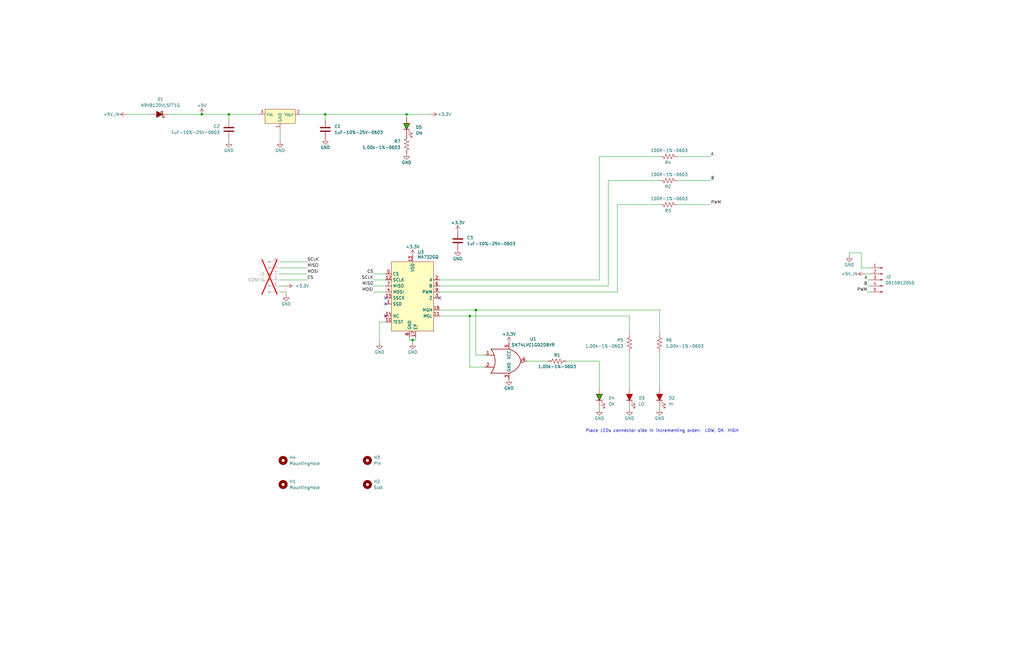
<source format=kicad_sch>
(kicad_sch (version 20231120) (generator "eeschema") (generator_version "8.0")
  (paper "B")
  (title_block (title "Mag Encoder") (date "2024-08-18") (rev "0") (company "971 SPARTAN ROBOTICS"))
  (lib_symbols
    (symbol "74xGxx:74AUP1G02"
      (property "Reference" "U3" (at 12.7 6.3186 0))
      (property "Value" "SN74LVC1G02DRLR" (at 12.7 3.7786 0))
      (symbol "74AUP1G02_0_1"
        (arc (start -7.62 -5.08) (mid -5.838 0) (end -7.62 5.08) (stroke (width 0.254)))
        (arc (start 0 -5.08) (mid 3.1986 -3.2054) (end 5.08 0) (stroke (width 0.254)))
        (polyline (pts (xy -7.62 -2.54) (xy -6.35 -2.54)) (stroke (width 0.254)) (fill (type background)))
        (polyline (pts (xy -7.62 2.54) (xy -6.35 2.54)) (stroke (width 0.254)) (fill (type background)))
        (polyline (pts (xy 0 -5.08) (xy -7.62 -5.08)) (stroke (width 0.254)) (fill (type background)))
        (polyline (pts (xy 0 5.08) (xy -7.62 5.08)) (stroke (width 0.254)) (fill (type background)))
        (arc (start 5.08 0) (mid 3.2238 3.2304) (end 0 5.08) (stroke (width 0.254)))
      )
      (symbol "74AUP1G02_1_1"
        (pin input line (at -10.16 2.54 0) (length 2.54) (name "~") (number "1"))
        (pin input line (at -10.16 -2.54 0) (length 2.54) (name "~") (number "2"))
        (pin power_in line (at 0 -7.62 90) (length 2.54) (name "GND") (number "3"))
        (pin output inverted (at 7.62 0 180) (length 2.54) (name "~") (number "4"))
        (pin power_in line (at 0 7.62 270) (length 2.54) (name "VCC") (number "5"))
      )
    )
    (symbol "Connector:Conn_01x05_Pin" (pin_names (offset 1.016) hide)
      (property "Reference" "J" (at 0 7.62 0))
      (property "Value" "Conn_01x05_Pin" (at 0 -7.62 0))
      (symbol "Conn_01x05_Pin_1_1"
        (polyline (pts (xy 1.27 -5.08) (xy 0.8636 -5.08)) (stroke (width 0.1524)))
        (polyline (pts (xy 1.27 -2.54) (xy 0.8636 -2.54)) (stroke (width 0.1524)))
        (polyline (pts (xy 1.27 0) (xy 0.8636 0)) (stroke (width 0.1524)))
        (polyline (pts (xy 1.27 2.54) (xy 0.8636 2.54)) (stroke (width 0.1524)))
        (polyline (pts (xy 1.27 5.08) (xy 0.8636 5.08)) (stroke (width 0.1524)))
        (rectangle (start 0.8636 -4.953) (end 0 -5.207) (stroke (width 0.1524)) (fill (type outline)))
        (rectangle (start 0.8636 -2.413) (end 0 -2.667) (stroke (width 0.1524)) (fill (type outline)))
        (rectangle (start 0.8636 0.127) (end 0 -0.127) (stroke (width 0.1524)) (fill (type outline)))
        (rectangle (start 0.8636 2.667) (end 0 2.413) (stroke (width 0.1524)) (fill (type outline)))
        (rectangle (start 0.8636 5.207) (end 0 4.953) (stroke (width 0.1524)) (fill (type outline)))
        (pin passive line (at 5.08 5.08 180) (length 3.81) (name "Pin_1") (number "1"))
        (pin passive line (at 5.08 2.54 180) (length 3.81) (name "Pin_2") (number "2"))
        (pin passive line (at 5.08 0 180) (length 3.81) (name "Pin_3") (number "3"))
        (pin passive line (at 5.08 -2.54 180) (length 3.81) (name "Pin_4") (number "4"))
        (pin passive line (at 5.08 -5.08 180) (length 3.81) (name "Pin_5") (number "5"))
      )
    )
    (symbol "Connector:Conn_01x06_Pin" (pin_names (offset 1.016) hide)
      (property "Reference" "J" (at 0 7.62 0))
      (property "Value" "Conn_01x06_Pin" (at 0 -10.16 0))
      (symbol "Conn_01x06_Pin_1_1"
        (polyline (pts (xy 1.27 -7.62) (xy 0.8636 -7.62)) (stroke (width 0.1524)))
        (polyline (pts (xy 1.27 -5.08) (xy 0.8636 -5.08)) (stroke (width 0.1524)))
        (polyline (pts (xy 1.27 -2.54) (xy 0.8636 -2.54)) (stroke (width 0.1524)))
        (polyline (pts (xy 1.27 0) (xy 0.8636 0)) (stroke (width 0.1524)))
        (polyline (pts (xy 1.27 2.54) (xy 0.8636 2.54)) (stroke (width 0.1524)))
        (polyline (pts (xy 1.27 5.08) (xy 0.8636 5.08)) (stroke (width 0.1524)))
        (rectangle (start 0.8636 -7.493) (end 0 -7.747) (stroke (width 0.1524)) (fill (type outline)))
        (rectangle (start 0.8636 -4.953) (end 0 -5.207) (stroke (width 0.1524)) (fill (type outline)))
        (rectangle (start 0.8636 -2.413) (end 0 -2.667) (stroke (width 0.1524)) (fill (type outline)))
        (rectangle (start 0.8636 0.127) (end 0 -0.127) (stroke (width 0.1524)) (fill (type outline)))
        (rectangle (start 0.8636 2.667) (end 0 2.413) (stroke (width 0.1524)) (fill (type outline)))
        (rectangle (start 0.8636 5.207) (end 0 4.953) (stroke (width 0.1524)) (fill (type outline)))
        (pin passive line (at 5.08 5.08 180) (length 3.81) (name "Pin_1") (number "1"))
        (pin passive line (at 5.08 2.54 180) (length 3.81) (name "Pin_2") (number "2"))
        (pin passive line (at 5.08 0 180) (length 3.81) (name "Pin_3") (number "3"))
        (pin passive line (at 5.08 -2.54 180) (length 3.81) (name "Pin_4") (number "4"))
        (pin passive line (at 5.08 -5.08 180) (length 3.81) (name "Pin_5") (number "5"))
        (pin passive line (at 5.08 -7.62 180) (length 3.81) (name "Pin_6") (number "6"))
      )
    )
    (symbol "Device:C" (pin_numbers hide) (pin_names (offset 0.254))
      (property "Reference" "C" (at 0.635 2.54 0))
      (property "Value" "C" (at 0.635 -2.54 0))
      (symbol "C_0_1"
        (polyline (pts (xy -2.032 -0.762) (xy 2.032 -0.762)) (stroke (width 0.508)))
        (polyline (pts (xy -2.032 0.762) (xy 2.032 0.762)) (stroke (width 0.508)))
      )
      (symbol "C_1_1"
        (pin passive line (at 0 3.81 270) (length 2.794) (name "~") (number "1"))
        (pin passive line (at 0 -3.81 90) (length 2.794) (name "~") (number "2"))
      )
    )
    (symbol "Device:D_Schottky" (pin_numbers hide) (pin_names (offset 1.016) hide)
      (property "Reference" "D4" (at -0.3175 -6.35 0))
      (property "Value" "D_Schottky" (at -0.3175 -3.81 0))
      (symbol "D_Schottky_0_1"
        (polyline (pts (xy -1.905 0.635) (xy -1.905 1.27) (xy -1.27 1.27) (xy -1.27 -1.27) (xy -0.635 -1.27) (xy -0.635 -0.635)) (stroke (width 0.254)))
      )
      (symbol "D_Schottky_1_1"
        (polyline (pts (xy 1.27 1.27) (xy 1.27 -1.27) (xy -1.27 0) (xy 1.27 1.27)) (stroke (width 0.254)) (fill (type outline)))
        (pin passive line (at -3.81 0 0) (length 2.54) (name "K") (number "1"))
        (pin passive line (at 3.81 0 180) (length 2.54) (name "A") (number "2"))
      )
    )
    (symbol "Device:LED" (pin_numbers hide) (pin_names (offset 1.016) hide)
      (property "Reference" "D1" (at -0.3174 -3.81 90))
      (property "Value" "LED" (at -2.8574 -3.81 90))
      (symbol "LED_0_1"
        (polyline (pts (xy -1.27 -1.27) (xy -1.27 1.27)) (stroke (width 0.254)))
        (polyline (pts (xy -3.048 -0.762) (xy -4.572 -2.286) (xy -3.81 -2.286) (xy -4.572 -2.286) (xy -4.572 -1.524)))
        (polyline (pts (xy -1.778 -0.762) (xy -3.302 -2.286) (xy -2.54 -2.286) (xy -3.302 -2.286) (xy -3.302 -1.524)))
      )
      (symbol "LED_1_1"
        (polyline (pts (xy 1.27 -1.27) (xy 1.27 1.27) (xy -1.27 0) (xy 1.27 -1.27)) (stroke (width 0.254)) (fill (type color) (color 0 194 0 1)))
        (pin passive line (at -3.81 0 0) (length 2.54) (name "K") (number "1"))
        (pin passive line (at 3.81 0 180) (length 2.54) (name "A") (number "2"))
      )
    )
    (symbol "Device:R_US" (pin_numbers hide) (pin_names (offset 0))
      (property "Reference" "R" (at 2.54 0 90))
      (property "Value" "R_US" (at -2.54 0 90))
      (symbol "R_US_0_1"
        (polyline (pts (xy 0 -2.286) (xy 0 -2.54)))
        (polyline (pts (xy 0 2.286) (xy 0 2.54)))
        (polyline (pts (xy 0 -0.762) (xy 1.016 -1.143) (xy 0 -1.524) (xy -1.016 -1.905) (xy 0 -2.286)))
        (polyline (pts (xy 0 0.762) (xy 1.016 0.381) (xy 0 0) (xy -1.016 -0.381) (xy 0 -0.762)))
        (polyline (pts (xy 0 2.286) (xy 1.016 1.905) (xy 0 1.524) (xy -1.016 1.143) (xy 0 0.762)))
      )
      (symbol "R_US_1_1"
        (pin passive line (at 0 3.81 270) (length 1.27) (name "~") (number "1"))
        (pin passive line (at 0 -3.81 90) (length 1.27) (name "~") (number "2"))
      )
    )
    (symbol "LED_1" (pin_numbers hide) (pin_names (offset 1.016) hide)
      (property "Reference" "D2" (at -0.3174 -3.81 90))
      (property "Value" "LOW" (at -2.8574 -3.81 90))
      (symbol "LED_1_0_1"
        (polyline (pts (xy -1.27 -1.27) (xy -1.27 1.27)) (stroke (width 0.254)))
        (polyline (pts (xy -3.048 -0.762) (xy -4.572 -2.286) (xy -3.81 -2.286) (xy -4.572 -2.286) (xy -4.572 -1.524)))
        (polyline (pts (xy -1.778 -0.762) (xy -3.302 -2.286) (xy -2.54 -2.286) (xy -3.302 -2.286) (xy -3.302 -1.524)))
      )
      (symbol "LED_1_1_1"
        (polyline (pts (xy 1.27 -1.27) (xy 1.27 1.27) (xy -1.27 0) (xy 1.27 -1.27)) (stroke (width 0.254)) (fill (type color) (color 194 0 0 1)))
        (pin passive line (at -3.81 0 0) (length 2.54) (name "K") (number "1"))
        (pin passive line (at 3.81 0 180) (length 2.54) (name "A") (number "2"))
      )
    )
    (symbol "LED_2" (pin_numbers hide) (pin_names (offset 1.016) hide)
      (property "Reference" "D4" (at -0.3174 -3.81 90))
      (property "Value" "HIGH" (at -2.8574 -3.81 90))
      (symbol "LED_2_0_1"
        (polyline (pts (xy -1.27 -1.27) (xy -1.27 1.27)) (stroke (width 0.254)))
        (polyline (pts (xy -3.048 -0.762) (xy -4.572 -2.286) (xy -3.81 -2.286) (xy -4.572 -2.286) (xy -4.572 -1.524)))
        (polyline (pts (xy -1.778 -0.762) (xy -3.302 -2.286) (xy -2.54 -2.286) (xy -3.302 -2.286) (xy -3.302 -1.524)))
      )
      (symbol "LED_2_1_1"
        (polyline (pts (xy 1.27 -1.27) (xy 1.27 1.27) (xy -1.27 0) (xy 1.27 -1.27)) (stroke (width 0.254)) (fill (type color) (color 194 0 0 1)))
        (pin passive line (at -3.81 0 0) (length 2.54) (name "K") (number "1"))
        (pin passive line (at 3.81 0 180) (length 2.54) (name "A") (number "2"))
      )
    )
    (symbol "Mechanical:MountingHole" (pin_names (offset 1.016)) (exclude_from_sim yes) (in_bom no)
      (property "Reference" "H" (at 0 5.08 0))
      (property "Value" "MountingHole" (at 0 3.175 0))
      (symbol "MountingHole_0_1"
        (circle (center 0 0) (radius 1.27) (stroke (width 1.27)))
      )
    )
    (symbol "mag-encoder:AP2120N-3.3TRG1"
      (symbol "AP2120N-3.3TRG1_1_1"
        (rectangle (start -6.35 -0.3175) (end 6.35 -6.35) (fill (type background)))
        (pin passive line (at 0 -8.89 90) (length 2.54) (name "GND") (number "1"))
        (pin power_out line (at 8.89 -2.54 180) (length 2.54) (name "V_{OUT}") (number "2"))
        (pin power_in line (at -8.89 -2.54 0) (length 2.54) (name "V_{IN}") (number "3"))
      )
    )
    (symbol "mag-encoder:MA732GQ"
      (property "Reference" "U1" (at 2.032 5.334 0))
      (property "Value" "MA732GQ" (at 2.032 3.302 0))
      (symbol "MA732GQ_1_1"
        (rectangle (start -8.89 1.27) (end 8.89 -27.94) (fill (type background)))
        (pin output line (at -11.43 -16.51 0) (length 2.54) (name "SSD") (number "1"))
        (pin input line (at -11.43 -24.13 0) (length 2.54) (name "TEST") (number "10"))
        (pin output line (at 11.43 -21.59 180) (length 2.54) (name "MGL") (number "11"))
        (pin input line (at -11.43 -6.35 0) (length 2.54) (name "SCLK") (number "12"))
        (pin power_in line (at 0 3.81 270) (length 2.54) (name "VDD") (number "13"))
        (pin no_connect line (at -11.43 -21.59 0) (length 2.54) (name "NC") (number "14"))
        (pin input line (at -11.43 -13.97 0) (length 2.54) (name "SSCK") (number "15"))
        (pin output line (at 11.43 -19.05 180) (length 2.54) (name "MGH") (number "16"))
        (pin passive line (at 1.27 -30.48 90) (length 2.54) (name "EP") (number "17"))
        (pin output line (at 11.43 -6.35 180) (length 2.54) (name "A") (number "2"))
        (pin output line (at 11.43 -13.97 180) (length 2.54) (name "Z") (number "3"))
        (pin input line (at -11.43 -11.43 0) (length 2.54) (name "MOSI") (number "4"))
        (pin input line (at -11.43 -3.81 0) (length 2.54) (name "CS") (number "5"))
        (pin output line (at 11.43 -8.89 180) (length 2.54) (name "B") (number "6"))
        (pin input line (at -11.43 -8.89 0) (length 2.54) (name "MISO") (number "7"))
        (pin passive line (at -1.27 -30.48 90) (length 2.54) (name "GND") (number "8"))
        (pin output line (at 11.43 -11.43 180) (length 2.54) (name "PWM") (number "9"))
      )
    )
    (symbol "power:+3.3V" (power) (pin_numbers hide) (pin_names (offset 0) hide)
      (property "Value" "+3.3V" (at 0 3.556 0))
      (symbol "+3.3V_0_1"
        (polyline (pts (xy -0.762 1.27) (xy 0 2.54)))
        (polyline (pts (xy 0 0) (xy 0 2.54)))
        (polyline (pts (xy 0 2.54) (xy 0.762 1.27)))
      )
      (symbol "+3.3V_1_1"
        (pin power_in line (at 0 0 90) (length 0) (name "~") (number "1"))
      )
    )
    (symbol "power:+5V" (power) (pin_numbers hide) (pin_names (offset 0) hide)
      (property "Value" "+5V" (at 0 3.556 0))
      (symbol "+5V_0_1"
        (polyline (pts (xy -0.762 1.27) (xy 0 2.54)))
        (polyline (pts (xy 0 0) (xy 0 2.54)))
        (polyline (pts (xy 0 2.54) (xy 0.762 1.27)))
      )
      (symbol "+5V_1_1"
        (pin power_in line (at 0 0 90) (length 0) (name "~") (number "1"))
      )
    )
    (symbol "power:GND" (power) (pin_numbers hide) (pin_names (offset 0) hide)
      (property "Value" "GND" (at 0 -3.81 0))
      (symbol "GND_0_1"
        (polyline (pts (xy 0 0) (xy 0 -1.27) (xy 1.27 -1.27) (xy 0 -2.54) (xy -1.27 -1.27) (xy 0 -1.27)))
      )
      (symbol "GND_1_1"
        (pin power_in line (at 0 0 270) (length 0) (name "~") (number "1"))
      )
    )
  )
  (junction (at 200.66 130.81))
  (junction (at 198.12 133.35))
  (junction (at 85.09 48.26))
  (junction (at 137.16 48.26))
  (junction (at 96.52 48.26))
  (junction (at 173.99 143.51))
  (junction (at 171.45 48.26))
  (no_connect (at 185.42 125.73))
  (no_connect (at 162.56 128.27))
  (no_connect (at 162.56 133.35))
  (no_connect (at 162.56 125.73))
  (wire (pts (xy 127 48.26) (xy 137.16 48.26)))
  (wire (pts (xy 137.16 48.26) (xy 137.16 50.8)))
  (wire (pts (xy 238.76 152.4) (xy 252.73 152.4)))
  (wire (pts (xy 157.48 120.65) (xy 162.56 120.65)))
  (wire (pts (xy 175.26 143.51) (xy 173.99 143.51)))
  (wire (pts (xy 118.11 118.11) (xy 129.54 118.11)))
  (wire (pts (xy 198.12 154.94) (xy 198.12 133.35)))
  (wire (pts (xy 85.09 48.26) (xy 96.52 48.26)))
  (wire (pts (xy 256.54 120.65) (xy 256.54 76.2)))
  (wire (pts (xy 200.66 130.81) (xy 278.13 130.81)))
  (wire (pts (xy 53.34 48.26) (xy 63.5 48.26)))
  (wire (pts (xy 265.43 148.59) (xy 265.43 163.83)))
  (wire (pts (xy 252.73 66.04) (xy 278.13 66.04)))
  (wire (pts (xy 118.11 113.03) (xy 129.54 113.03)))
  (wire (pts (xy 285.75 86.36) (xy 299.72 86.36)))
  (wire (pts (xy 222.25 152.4) (xy 231.14 152.4)))
  (wire (pts (xy 365.76 118.11) (xy 367.03 118.11)))
  (wire (pts (xy 265.43 171.45) (xy 265.43 172.72)))
  (wire (pts (xy 172.72 142.24) (xy 172.72 143.51)))
  (wire (pts (xy 363.22 106.68) (xy 358.14 106.68)))
  (wire (pts (xy 252.73 118.11) (xy 252.73 66.04)))
  (wire (pts (xy 358.14 106.68) (xy 358.14 107.95)))
  (wire (pts (xy 285.75 76.2) (xy 299.72 76.2)))
  (wire (pts (xy 173.99 143.51) (xy 173.99 144.78)))
  (wire (pts (xy 181.61 48.26) (xy 171.45 48.26)))
  (wire (pts (xy 160.02 135.89) (xy 160.02 144.78)))
  (wire (pts (xy 278.13 148.59) (xy 278.13 163.83)))
  (wire (pts (xy 256.54 76.2) (xy 278.13 76.2)))
  (wire (pts (xy 71.12 48.26) (xy 85.09 48.26)))
  (wire (pts (xy 157.48 118.11) (xy 162.56 118.11)))
  (wire (pts (xy 198.12 133.35) (xy 265.43 133.35)))
  (wire (pts (xy 175.26 142.24) (xy 175.26 143.51)))
  (wire (pts (xy 118.11 110.49) (xy 129.54 110.49)))
  (wire (pts (xy 118.11 54.61) (xy 118.11 59.69)))
  (wire (pts (xy 278.13 130.81) (xy 278.13 140.97)))
  (wire (pts (xy 265.43 133.35) (xy 265.43 140.97)))
  (wire (pts (xy 96.52 59.69) (xy 96.52 58.42)))
  (wire (pts (xy 118.11 120.65) (xy 120.65 120.65)))
  (wire (pts (xy 363.22 113.03) (xy 363.22 106.68)))
  (wire (pts (xy 96.52 48.26) (xy 109.22 48.26)))
  (wire (pts (xy 120.65 124.46) (xy 120.65 123.19)))
  (wire (pts (xy 185.42 130.81) (xy 200.66 130.81)))
  (wire (pts (xy 185.42 118.11) (xy 252.73 118.11)))
  (wire (pts (xy 367.03 113.03) (xy 363.22 113.03)))
  (wire (pts (xy 260.35 123.19) (xy 260.35 86.36)))
  (wire (pts (xy 200.66 149.86) (xy 200.66 130.81)))
  (wire (pts (xy 173.99 143.51) (xy 172.72 143.51)))
  (wire (pts (xy 185.42 133.35) (xy 198.12 133.35)))
  (wire (pts (xy 120.65 123.19) (xy 118.11 123.19)))
  (wire (pts (xy 260.35 86.36) (xy 278.13 86.36)))
  (wire (pts (xy 157.48 115.57) (xy 162.56 115.57)))
  (wire (pts (xy 162.56 135.89) (xy 160.02 135.89)))
  (wire (pts (xy 137.16 48.26) (xy 171.45 48.26)))
  (wire (pts (xy 285.75 66.04) (xy 299.72 66.04)))
  (wire (pts (xy 278.13 171.45) (xy 278.13 172.72)))
  (wire (pts (xy 204.47 149.86) (xy 200.66 149.86)))
  (wire (pts (xy 204.47 154.94) (xy 198.12 154.94)))
  (wire (pts (xy 185.42 120.65) (xy 256.54 120.65)))
  (wire (pts (xy 96.52 48.26) (xy 96.52 50.8)))
  (wire (pts (xy 252.73 172.72) (xy 252.73 171.45)))
  (wire (pts (xy 365.76 120.65) (xy 367.03 120.65)))
  (wire (pts (xy 157.48 123.19) (xy 162.56 123.19)))
  (wire (pts (xy 252.73 152.4) (xy 252.73 163.83)))
  (wire (pts (xy 365.76 123.19) (xy 367.03 123.19)))
  (wire (pts (xy 118.11 115.57) (xy 129.54 115.57)))
  (wire (pts (xy 171.45 49.53) (xy 171.45 48.26)))
  (wire (pts (xy 185.42 123.19) (xy 260.35 123.19)))
  (wire (pts (xy 364.49 115.57) (xy 367.03 115.57)))
  (text "Place LEDs connector side in incrementing order:  LOW, OK, HIGH" (at 246.888 181.864 0) (effects (font (size 1.27 1.27)) (justify left)))
  (label "PWM" (at 365.76 123.19 180))
  (label "SCLK" (at 157.48 118.11 180))
  (label "MISO" (at 129.54 113.03 0))
  (label "MOSI" (at 129.54 115.57 0))
  (label "B" (at 365.76 120.65 180))
  (label "MOSI" (at 157.48 123.19 180))
  (label "A" (at 299.72 66.04 0))
  (label "PWM" (at 299.72 86.36 0))
  (label "B" (at 299.72 76.2 0))
  (label "SCLK" (at 129.54 110.49 0))
  (label "CS" (at 129.54 118.11 0))
  (label "CS" (at 157.48 115.57 180))
  (label "MISO" (at 157.48 120.65 180))
  (label "A" (at 365.76 118.11 180))
  (symbol (lib_id "power:GND") (at 278.13 172.72 0) (unit 1)
    (property "Reference" "#PWR08" (effects (hide yes)))
    (property "Value" "GND" (at 278.13 176.53 0))
    (property "Description" "Power symbol creates a global label with name \"GND\" , ground" (effects (hide yes)))
  )
  (symbol (lib_name "LED_1") (lib_id "Device:LED") (at 265.43 167.64 90) (unit 1)
    (property "Reference" "D3" (at 269.24 167.9574 90) (effects (justify right)))
    (property "Value" "LO" (at 269.24 170.4974 90) (effects (justify right)))
    (property "Footprint" "LED_SMD:LED_0603_1608Metric" (effects (hide yes)))
    (property "Datasheet" "Components/Wurth-150060RS75000.pdf" (effects (hide yes)))
    (property "Description" "Light emitting diode" (effects (hide yes)))
    (property "DIST" "Digikey" (effects (hide yes)))
    (property "DIST P/N" "732-4978-1-ND" (effects (hide yes)))
    (property "MFG" "Wurth Electronik" (effects (hide yes)))
    (property "MFG P/N" "150060RS75000" (effects (hide yes)))
  )
  (symbol (lib_id "Device:R_US") (at 278.13 144.78 0) (unit 1)
    (property "Reference" "R6" (at 280.67 143.5099 0) (effects (justify left)))
    (property "Value" "1.00k-1%-0603" (at 280.67 146.0499 0) (effects (justify left)))
    (property "Footprint" "Resistor_SMD:R_0603_1608Metric" (effects (hide yes)))
    (property "Description" "Resistor, US symbol" (effects (hide yes)))
    (property "DIST" "Digikey" (effects (hide yes)))
    (property "DIST P/N" "311-1.00KHRCT-ND" (effects (hide yes)))
    (property "MFG" "YAGEO" (effects (hide yes)))
    (property "MFG P/N" "RC0603FR-071KL" (effects (hide yes)))
  )
  (symbol (lib_name "LED_2") (lib_id "Device:LED") (at 278.13 167.64 90) (unit 1)
    (property "Reference" "D2" (at 281.94 167.9574 90) (effects (justify right)))
    (property "Value" "HI" (at 281.94 170.4974 90) (effects (justify right)))
    (property "Footprint" "LED_SMD:LED_0603_1608Metric" (effects (hide yes)))
    (property "Datasheet" "Components/Wurth-150060RS75000.pdf" (effects (hide yes)))
    (property "Description" "Light emitting diode" (effects (hide yes)))
    (property "DIST" "Digikey" (effects (hide yes)))
    (property "DIST P/N" "732-4978-1-ND" (effects (hide yes)))
    (property "MFG" "Wurth Electronik" (effects (hide yes)))
    (property "MFG P/N" "150060RS75000" (effects (hide yes)))
  )
  (symbol (lib_id "power:GND") (at 160.02 144.78 0) (unit 1)
    (property "Reference" "#PWR02" (effects (hide yes)))
    (property "Value" "GND" (at 160.02 148.59 0))
    (property "Description" "Power symbol creates a global label with name \"GND\" , ground" (effects (hide yes)))
  )
  (symbol (lib_id "Device:R_US") (at 234.95 152.4 90) (unit 1)
    (property "Reference" "R1" (at 234.95 149.86 90))
    (property "Value" "1.00k-1%-0603" (at 234.95 154.686 90))
    (property "Footprint" "Resistor_SMD:R_0603_1608Metric" (effects (hide yes)))
    (property "Description" "Resistor, US symbol" (effects (hide yes)))
    (property "DIST" "Digikey" (effects (hide yes)))
    (property "DIST P/N" "311-1.00KHRCT-ND" (effects (hide yes)))
    (property "MFG" "YAGEO" (effects (hide yes)))
    (property "MFG P/N" "RC0603FR-071KL" (effects (hide yes)))
  )
  (symbol (lib_id "Device:R_US") (at 281.94 76.2 90) (mirror x) (unit 1)
    (property "Reference" "R2" (at 281.686 78.74 90))
    (property "Value" "100R-1%-0603" (at 282.194 73.66 90))
    (property "Footprint" "Resistor_SMD:R_0603_1608Metric" (effects (hide yes)))
    (property "Description" "Resistor, US symbol" (effects (hide yes)))
    (property "DIST" "Digikey" (effects (hide yes)))
    (property "DIST P/N" "311-100HRCT-ND" (effects (hide yes)))
    (property "MFG" "YAGEO" (effects (hide yes)))
    (property "MFG P/N" "RC0603FR-07100RL" (effects (hide yes)))
  )
  (symbol (lib_id "power:+3.3V") (at 193.04 97.79 0) (unit 1)
    (property "Reference" "#PWR026" (effects (hide yes)))
    (property "Value" "+3.3V" (at 193.04 93.98 0))
    (property "Description" "Power symbol creates a global label with name \"+3.3V\"" (effects (hide yes)))
  )
  (symbol (lib_id "power:GND") (at 214.63 160.02 0) (unit 1)
    (property "Reference" "#PWR04" (effects (hide yes)))
    (property "Value" "GND" (at 214.63 163.83 0))
    (property "Description" "Power symbol creates a global label with name \"GND\" , ground" (effects (hide yes)))
  )
  (symbol (lib_id "Mechanical:MountingHole") (at 154.94 204.47 0) (unit 1) (exclude_from_sim yes) (in_bom no)
    (property "Reference" "H2" (at 157.5586 203.1999 0) (effects (justify left)))
    (property "Value" "Slot" (at 157.5586 205.7399 0) (effects (justify left)))
    (property "Footprint" "mag-encoder:pin-0.100" (effects (hide yes)))
    (property "Description" "Mounting Hole without connection" (effects (hide yes)))
  )
  (symbol (lib_id "power:+5V") (at 53.34 48.26 90) (mirror x) (unit 1)
    (property "Reference" "#PWR022" (effects (hide yes)))
    (property "Value" "+5V_IN" (at 50.546 48.26 90) (effects (justify left)))
    (property "Description" "Power symbol creates a global label with name \"+5V\"" (effects (hide yes)))
  )
  (symbol (lib_id "Mechanical:MountingHole") (at 154.94 194.31 0) (unit 1) (exclude_from_sim yes) (in_bom no)
    (property "Reference" "H3" (at 157.5586 193.0399 0) (effects (justify left)))
    (property "Value" "Pin" (at 157.5586 195.5799 0) (effects (justify left)))
    (property "Footprint" "mag-encoder:pin-0.100" (effects (hide yes)))
    (property "Description" "Mounting Hole without connection" (effects (hide yes)))
  )
  (symbol (lib_id "74xGxx:74AUP1G02") (at 214.63 152.4 0) (unit 1)
    (property "Reference" "U1" (at 224.79 143.002 0))
    (property "Value" "SN74LVC1G02DBVR" (at 224.79 145.542 0))
    (property "Footprint" "Package_TO_SOT_SMD:SOT-23-5" (effects (hide yes)))
    (property "Datasheet" "Components/TI-sn74lvc1g02.pdf" (effects (hide yes)))
    (property "Description" "Single NOR Gate, Low-Voltage CMOS" (effects (hide yes)))
    (property "MFG" "Texas Instruments" (effects (hide yes)))
    (property "MFG P/N" "SN74LVC1G02DBVR" (effects (hide yes)))
    (property "DIST" "Digikey" (effects (hide yes)))
    (property "DIST P/N" "296-11597-1-ND" (effects (hide yes)))
  )
  (symbol (lib_id "power:GND") (at 96.52 59.69 0) (mirror y) (unit 1)
    (property "Reference" "#PWR014" (effects (hide yes)))
    (property "Value" "GND" (at 96.52 63.5 0))
    (property "Description" "Power symbol creates a global label with name \"GND\" , ground" (effects (hide yes)))
  )
  (symbol (lib_id "Device:D_Schottky") (at 67.31 48.26 180) (unit 1)
    (property "Reference" "D1" (at 67.6275 41.91 0))
    (property "Value" "NRVB120VLSFT1G" (at 67.6275 44.45 0))
    (property "Footprint" "Diode_SMD:D_SOD-123F" (effects (hide yes)))
    (property "Datasheet" "Components/onsemi-MBR120VLSF.pdf" (effects (hide yes)))
    (property "Description" "Diode Schottky 20 V 1A Surface Mount SOD-123FL" (effects (hide yes)))
    (property "MFG" "onsemi" (effects (hide yes)))
    (property "MFG P/N" "NRVB120VLSFT1G" (effects (hide yes)))
    (property "DIST" "Digikey" (effects (hide yes)))
    (property "DIST P/N" "NRVB120VLSFT1GOSCT-ND" (effects (hide yes)))
  )
  (symbol (lib_id "power:GND") (at 193.04 105.41 0) (unit 1)
    (property "Reference" "#PWR027" (effects (hide yes)))
    (property "Value" "GND" (at 193.04 109.22 0))
    (property "Description" "Power symbol creates a global label with name \"GND\" , ground" (effects (hide yes)))
  )
  (symbol (lib_id "power:+3.3V") (at 214.63 144.78 0) (unit 1)
    (property "Reference" "#PWR05" (effects (hide yes)))
    (property "Value" "+3.3V" (at 214.63 140.97 0))
    (property "Description" "Power symbol creates a global label with name \"+3.3V\"" (effects (hide yes)))
  )
  (symbol (lib_id "power:+5V") (at 85.09 48.26 0) (unit 1)
    (property "Reference" "#PWR013" (effects (hide yes)))
    (property "Value" "+5V" (at 85.09 45.212 0) (effects (justify bottom)))
    (property "Description" "Power symbol creates a global label with name \"+5V\"" (effects (hide yes)))
  )
  (symbol (lib_id "Mechanical:MountingHole") (at 119.38 204.47 0) (unit 1) (exclude_from_sim yes) (in_bom no)
    (property "Reference" "H1" (at 121.9986 203.1999 0) (effects (justify left)))
    (property "Value" "MountingHole" (at 121.9986 205.7399 0) (effects (justify left)))
    (property "Footprint" "MountingHole:MountingHole_3.2mm_M3" (effects (hide yes)))
    (property "Description" "Mounting Hole without connection" (effects (hide yes)))
  )
  (symbol (lib_id "Connector:Conn_01x06_Pin") (at 113.03 118.11 0) (mirror x) (unit 1) (in_bom no) (dnp yes)
    (property "Reference" "J1" (at 111.76 115.5699 0) (effects (justify right)))
    (property "Value" "CONFIG" (at 111.76 118.1099 0) (effects (justify right)))
    (property "Footprint" "Connector_PinHeader_2.54mm:PinHeader_1x06_P2.54mm_Vertical" (effects (hide yes)))
    (property "Description" "Generic connector, single row, 01x06, script generated" (effects (hide yes)))
  )
  (symbol (lib_id "power:GND") (at 252.73 172.72 0) (unit 1)
    (property "Reference" "#PWR06" (effects (hide yes)))
    (property "Value" "GND" (at 252.73 176.53 0))
    (property "Description" "Power symbol creates a global label with name \"GND\" , ground" (effects (hide yes)))
  )
  (symbol (lib_id "Device:R_US") (at 281.94 66.04 90) (mirror x) (unit 1)
    (property "Reference" "R4" (at 281.686 68.58 90))
    (property "Value" "100R-1%-0603" (at 282.194 63.5 90))
    (property "Footprint" "Resistor_SMD:R_0603_1608Metric" (effects (hide yes)))
    (property "Description" "Resistor, US symbol" (effects (hide yes)))
    (property "DIST" "Digikey" (effects (hide yes)))
    (property "DIST P/N" "311-100HRCT-ND" (effects (hide yes)))
    (property "MFG" "YAGEO" (effects (hide yes)))
    (property "MFG P/N" "RC0603FR-07100RL" (effects (hide yes)))
  )
  (symbol (lib_id "power:GND") (at 120.65 124.46 0) (unit 1)
    (property "Reference" "#PWR015" (effects (hide yes)))
    (property "Value" "GND" (at 120.65 128.27 0))
    (property "Description" "Power symbol creates a global label with name \"GND\" , ground" (effects (hide yes)))
  )
  (symbol (lib_id "power:GND") (at 137.16 58.42 0) (unit 1)
    (property "Reference" "#PWR016" (effects (hide yes)))
    (property "Value" "GND" (at 137.16 62.23 0))
    (property "Description" "Power symbol creates a global label with name \"GND\" , ground" (effects (hide yes)))
  )
  (symbol (lib_id "power:+5V") (at 364.49 115.57 90) (mirror x) (unit 1)
    (property "Reference" "#PWR010" (effects (hide yes)))
    (property "Value" "+5V_IN" (at 361.696 115.57 90) (effects (justify left)))
    (property "Description" "Power symbol creates a global label with name \"+5V\"" (effects (hide yes)))
  )
  (symbol (lib_id "power:+3.3V") (at 173.99 107.95 0) (unit 1)
    (property "Reference" "#PWR03" (effects (hide yes)))
    (property "Value" "+3.3V" (at 173.99 104.14 0))
    (property "Description" "Power symbol creates a global label with name \"+3.3V\"" (effects (hide yes)))
  )
  (symbol (lib_id "power:+3.3V") (at 181.61 48.26 270) (unit 1)
    (property "Reference" "#PWR011" (effects (hide yes)))
    (property "Value" "+3.3V" (at 184.404 48.26 90) (effects (justify left)))
    (property "Description" "Power symbol creates a global label with name \"+3.3V\"" (effects (hide yes)))
  )
  (symbol (lib_id "power:GND") (at 173.99 144.78 0) (unit 1)
    (property "Reference" "#PWR01" (effects (hide yes)))
    (property "Value" "GND" (at 173.99 148.59 0))
    (property "Description" "Power symbol creates a global label with name \"GND\" , ground" (effects (hide yes)))
  )
  (symbol (lib_id "Device:R_US") (at 265.43 144.78 0) (mirror y) (unit 1)
    (property "Reference" "R5" (at 262.89 143.5099 0) (effects (justify left)))
    (property "Value" "1.00k-1%-0603" (at 262.89 146.0499 0) (effects (justify left)))
    (property "Footprint" "Resistor_SMD:R_0603_1608Metric" (effects (hide yes)))
    (property "Description" "Resistor, US symbol" (effects (hide yes)))
    (property "DIST" "Digikey" (effects (hide yes)))
    (property "DIST P/N" "311-1.00KHRCT-ND" (effects (hide yes)))
    (property "MFG" "YAGEO" (effects (hide yes)))
    (property "MFG P/N" "RC0603FR-071KL" (effects (hide yes)))
  )
  (symbol (lib_id "Device:C") (at 96.52 54.61 0) (mirror y) (unit 1)
    (property "Reference" "C2" (at 92.71 53.3399 0) (effects (justify left)))
    (property "Value" "1uF-10%-25V-0603" (at 92.71 55.8799 0) (effects (justify left)))
    (property "Footprint" "Capacitor_SMD:C_0603_1608Metric" (effects (hide yes)))
    (property "Datasheet" "Components/Kyocera-KGM_X7R.pdf" (effects (hide yes)))
    (property "Description" "Unpolarized capacitor" (effects (hide yes)))
    (property "DIST" "Digikey" (effects (hide yes)))
    (property "DIST P/N" "478-10046-1-ND" (effects (hide yes)))
    (property "MFG" "Kyocera" (effects (hide yes)))
    (property "MFG P/N" "06033C105KAT2A" (effects (hide yes)))
  )
  (symbol (lib_id "power:GND") (at 358.14 107.95 0) (unit 1)
    (property "Reference" "#PWR09" (effects (hide yes)))
    (property "Value" "GND" (at 358.14 111.76 0))
    (property "Description" "Power symbol creates a global label with name \"GND\" , ground" (effects (hide yes)))
  )
  (symbol (lib_id "mag-encoder:AP2120N-3.3TRG1") (at 118.11 45.72 0) (unit 1)
    (property "Reference" "U2" (effects (hide yes)))
    (property "Value" "AP2120N-3.3TRG1" (effects (hide yes)))
    (property "Footprint" "Package_TO_SOT_SMD:SOT-23" (effects (hide yes)))
    (property "Datasheet" "Components/DiodesInc-AP2120.pdf" (effects (hide yes)))
    (property "Description" "Linear Voltage Regulator IC Positive Fixed 1 Output 150mA SOT-23-3" (effects (hide yes)))
    (property "MFG" "Diodes Inc" (effects (hide yes)))
    (property "MFG P/N" "AP2120N-3.3TRG1" (effects (hide yes)))
    (property "DIST" "Digikey" (effects (hide yes)))
    (property "DIST P/N" "AP2120N-3.3TRG1DICT-ND" (effects (hide yes)))
  )
  (symbol (lib_id "Device:R_US") (at 171.45 60.96 0) (mirror y) (unit 1)
    (property "Reference" "R7" (at 168.91 59.6899 0) (effects (justify left)))
    (property "Value" "1.00k-1%-0603" (at 168.91 62.2299 0) (effects (justify left)))
    (property "Footprint" "Resistor_SMD:R_0603_1608Metric" (effects (hide yes)))
    (property "Description" "Resistor, US symbol" (effects (hide yes)))
    (property "DIST" "Digikey" (effects (hide yes)))
    (property "DIST P/N" "311-1.00KHRCT-ND" (effects (hide yes)))
    (property "MFG" "YAGEO" (effects (hide yes)))
    (property "MFG P/N" "RC0603FR-071KL" (effects (hide yes)))
  )
  (symbol (lib_id "Device:C") (at 193.04 101.6 0) (unit 1)
    (property "Reference" "C3" (at 196.85 100.3299 0) (effects (justify left)))
    (property "Value" "1uF-10%-25V-0603" (at 196.85 102.8699 0) (effects (justify left)))
    (property "Footprint" "Capacitor_SMD:C_0603_1608Metric" (effects (hide yes)))
    (property "Datasheet" "Components/Kyocera-KGM_X7R.pdf" (effects (hide yes)))
    (property "Description" "Unpolarized capacitor" (effects (hide yes)))
    (property "DIST" "Digikey" (effects (hide yes)))
    (property "DIST P/N" "478-10046-1-ND" (effects (hide yes)))
    (property "MFG" "Kyocera" (effects (hide yes)))
    (property "MFG P/N" "06033C105KAT2A" (effects (hide yes)))
  )
  (symbol (lib_id "power:GND") (at 265.43 172.72 0) (unit 1)
    (property "Reference" "#PWR07" (effects (hide yes)))
    (property "Value" "GND" (at 265.43 176.53 0))
    (property "Description" "Power symbol creates a global label with name \"GND\" , ground" (effects (hide yes)))
  )
  (symbol (lib_id "Connector:Conn_01x05_Pin") (at 372.11 118.11 0) (mirror y) (unit 1)
    (property "Reference" "J2" (at 373.38 116.8399 0) (effects (justify right)))
    (property "Value" "0015912055" (at 373.38 119.3799 0) (effects (justify right)))
    (property "Footprint" "mag-encoder:Molex-70634-0039" (effects (hide yes)))
    (property "Datasheet" "Components/Molex-015912055_sd.pdf" (effects (hide yes)))
    (property "Description" "Connector Header Surface Mount, Right Angle 5 position 0.100\" (2.54mm)" (effects (hide yes)))
    (property "MFG" "Molex" (effects (hide yes)))
    (property "MFG P/N" "0015912055" (effects (hide yes)))
    (property "DIST" "Digikey" (effects (hide yes)))
    (property "DIST P/N" "WM1343-ND" (effects (hide yes)))
  )
  (symbol (lib_id "power:+3.3V") (at 120.65 120.65 270) (unit 1)
    (property "Reference" "#PWR012" (effects (hide yes)))
    (property "Value" "+3.3V" (at 124.46 120.65 90) (effects (justify left)))
    (property "Description" "Power symbol creates a global label with name \"+3.3V\"" (effects (hide yes)))
  )
  (symbol (lib_id "Device:LED") (at 252.73 167.64 90) (unit 1)
    (property "Reference" "D4" (at 256.54 167.9574 90) (effects (justify right)))
    (property "Value" "OK" (at 256.54 170.4974 90) (effects (justify right)))
    (property "Footprint" "LED_SMD:LED_0603_1608Metric" (effects (hide yes)))
    (property "Datasheet" "Components/Wurth-150060GS75000.pdf" (effects (hide yes)))
    (property "Description" "Light emitting diode" (effects (hide yes)))
    (property "MFG" "Wurth Electronik" (effects (hide yes)))
    (property "MFG P/N" "150060GS75000" (effects (hide yes)))
    (property "DIST" "Digikey" (effects (hide yes)))
    (property "DIST P/N" "732-4971-1-ND" (effects (hide yes)))
  )
  (symbol (lib_id "mag-encoder:MA732GQ") (at 173.99 111.76 0) (unit 1)
    (property "Reference" "U3" (at 176.022 106.426 0) (effects (justify left)))
    (property "Value" "MA732GQ" (at 176.022 108.458 0) (effects (justify left)))
    (property "Footprint" "mag-encoder:QFN-16-1EP_3x3mm_P0.5mm_EP1.7x1.7mm" (effects (hide yes)))
    (property "Datasheet" "Components/MPS-MA732GQ-Z.pdf" (effects (hide yes)))
    (property "Description" "14 bit, digital angle sensor with ABZ & PWM Outputs" (effects (hide yes)))
    (property "MFG" "Monolithic Power Systems" (effects (hide yes)))
    (property "MFG P/N" "MA732GQ-Z" (effects (hide yes)))
    (property "DIST" "Digikey" (effects (hide yes)))
    (property "DIST P/N" "1589-MA732GQ-ZCT-ND" (effects (hide yes)))
  )
  (symbol (lib_id "power:GND") (at 171.45 64.77 0) (unit 1)
    (property "Reference" "#PWR023" (effects (hide yes)))
    (property "Value" "GND" (at 171.45 68.58 0))
    (property "Description" "Power symbol creates a global label with name \"GND\" , ground" (effects (hide yes)))
  )
  (symbol (lib_id "Mechanical:MountingHole") (at 119.38 194.31 0) (unit 1) (exclude_from_sim yes) (in_bom no)
    (property "Reference" "H4" (at 121.9986 193.0399 0) (effects (justify left)))
    (property "Value" "MountingHole" (at 121.9986 195.5799 0) (effects (justify left)))
    (property "Footprint" "MountingHole:MountingHole_3.2mm_M3" (effects (hide yes)))
    (property "Description" "Mounting Hole without connection" (effects (hide yes)))
  )
  (symbol (lib_id "Device:LED") (at 171.45 53.34 90) (unit 1)
    (property "Reference" "D5" (at 175.26 53.6574 90) (effects (justify right)))
    (property "Value" "ON" (at 175.26 56.1974 90) (effects (justify right)))
    (property "Footprint" "LED_SMD:LED_0603_1608Metric" (effects (hide yes)))
    (property "Datasheet" "Components/Wurth-150060GS75000.pdf" (effects (hide yes)))
    (property "Description" "Light emitting diode" (effects (hide yes)))
    (property "MFG" "Wurth Electronik" (effects (hide yes)))
    (property "MFG P/N" "150060GS75000" (effects (hide yes)))
    (property "DIST" "Digikey" (effects (hide yes)))
    (property "DIST P/N" "732-4971-1-ND" (effects (hide yes)))
  )
  (symbol (lib_id "Device:C") (at 137.16 54.61 0) (unit 1)
    (property "Reference" "C1" (at 140.97 53.3399 0) (effects (justify left)))
    (property "Value" "1uF-10%-25V-0603" (at 140.97 55.8799 0) (effects (justify left)))
    (property "Footprint" "Capacitor_SMD:C_0603_1608Metric" (effects (hide yes)))
    (property "Datasheet" "Components/Kyocera-KGM_X7R.pdf" (effects (hide yes)))
    (property "Description" "Unpolarized capacitor" (effects (hide yes)))
    (property "DIST" "Digikey" (effects (hide yes)))
    (property "DIST P/N" "478-10046-1-ND" (effects (hide yes)))
    (property "MFG" "Kyocera" (effects (hide yes)))
    (property "MFG P/N" "06033C105KAT2A" (effects (hide yes)))
  )
  (symbol (lib_id "power:GND") (at 118.11 59.69 0) (unit 1)
    (property "Reference" "#PWR021" (effects (hide yes)))
    (property "Value" "GND" (at 118.11 63.5 0))
    (property "Description" "Power symbol creates a global label with name \"GND\" , ground" (effects (hide yes)))
  )
  (symbol (lib_id "Device:R_US") (at 281.94 86.36 90) (mirror x) (unit 1)
    (property "Reference" "R3" (at 281.686 88.9 90))
    (property "Value" "100R-1%-0603" (at 282.194 83.82 90))
    (property "Footprint" "Resistor_SMD:R_0603_1608Metric" (effects (hide yes)))
    (property "Description" "Resistor, US symbol" (effects (hide yes)))
    (property "DIST" "Digikey" (effects (hide yes)))
    (property "DIST P/N" "311-100HRCT-ND" (effects (hide yes)))
    (property "MFG" "YAGEO" (effects (hide yes)))
    (property "MFG P/N" "RC0603FR-07100RL" (effects (hide yes)))
  )
)
</source>
